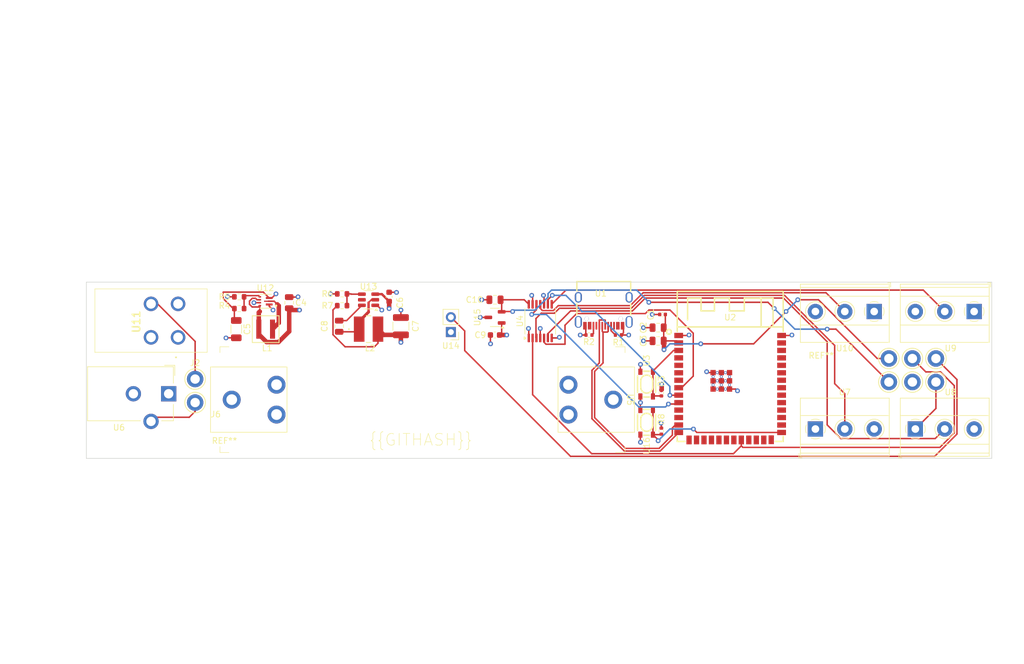
<source format=kicad_pcb>
(kicad_pcb (version 20240108) (generator "pcbnew") (generator_version "8.0")
  (layers (0 "F.Cu" signal) (1 "In1.Cu" signal) (2 "In2.Cu" signal) (31 "B.Cu" signal) (34 "B.Paste" user) (35 "F.Paste" user) (36 "B.SilkS" user "B.Silkscreen") (37 "F.SilkS" user "F.Silkscreen") (38 "B.Mask" user) (39 "F.Mask" user) (44 "Edge.Cuts" user))
  (net 0 "")
  (net 1 "io40")
  (net 2 "io11")
  (net 3 "io39")
  (net 4 "mcu.ic-vcc-1")
  (net 5 "io38")
  (net 6 "io3")
  (net 7 "dp")
  (net 8 "usb_connetor-gnd")
  (net 9 "io15")
  (net 10 "io18")
  (net 11 "io16")
  (net 12 "io21")
  (net 13 "io36")
  (net 14 "io7")
  (net 15 "io4")
  (net 16 "io41")
  (net 17 "io13")
  (net 18 "io6")
  (net 19 "mcu.ic-vcc")
  (net 20 "dm")
  (net 21 "io5")
  (net 22 "txd0")
  (net 23 "io2")
  (net 24 "tp")
  (net 25 "io48")
  (net 26 "io10")
  (net 27 "io35")
  (net 28 "io47")
  (net 29 "io8")
  (net 30 "rxd0")
  (net 31 "io9")
  (net 32 "io1")
  (net 33 "io12")
  (net 34 "io37")
  (net 35 "io17")
  (net 36 "io45")
  (net 37 "mcu.ic-en")
  (net 38 "io42")
  (net 39 "io46")
  (net 40 "usb_connetor-vcc")
  (net 41 "sub2")
  (net 42 "sub1")
  (net 43 "cc2")
  (net 44 "cc1")
  (net 45 "boost_3v7_to_5v.ic-fb")
  (net 46 "boost_3v7_to_5v-vcc")
  (net 47 "buck_wide_to_3v3.ic-fb")
  (net 48 "boost_3v7_to_5v.ic-sw")
  (net 49 "pole2_b")
  (net 50 "buck_wide_to_3v3.ic-sw")
  (net 51 "boot")
  (net 52 "led_strip_connector_1-vcc")
  (net 53 "out4")
  (net 54 "out1")
  (net 55 "out2")
  (net 56 "out3")
  (net 57 "buck_wide_to_3v3.ic-en")
  (net 58 "level_shifter.ic-vcc")
  (net 59 "barrel_jack-vcc")
  (net 60 "battery_connector-vcc")
  (net 61 "detect")
  (footprint "TerminalBlock_Phoenix:TerminalBlock_Phoenix_MKDS-1,5-3_1x03_P5.00mm_Horizontal" (layer "F.Cu") (at 171 95)
    (property "Reference" "U8")
    (property "Value" "")
  )
  (footprint "TerminalBlock_Phoenix:TerminalBlock_Phoenix_MKDS-1,5-3_1x03_P5.00mm_Horizontal" (layer "F.Cu") (at 154 95)
    (property "Reference" "U7")
    (property "Value" "")
  )
  (footprint "lib:C0402" (layer "F.Cu") (at 128 75.5 180)
    (property "Reference" "C1")
    (property "Value" "16V 100nF X7R ±10% 0402  Multilayer Ceramic Capacitors MLCC - SMD/SMT ROHS")
  )
  (footprint "lib:C1210" (layer "F.Cu") (at 83.5 77.5 90)
    (property "Reference" "C7")
    (property "Value" "16V 47uF X7R ±10% 1210  Multilayer Ceramic Capacitors MLCC - SMD/SMT ROHS")
  )
  (footprint "lib:R0603" (layer "F.Cu") (at 56 72.5 180)
    (property "Reference" "R5")
    (property "Value" "100mW Thick Film Resistors 75V ±100ppm/℃ ±1% 100kΩ 0603  Chip Resistor - Surface Mount ROHS")
  )
  (footprint "lib:L201011MS02Q" (layer "F.Cu") (at 45.6 79.3975 -90)
    (property "Reference" "U11")
    (property "Value" "" (hide yes))
  )
  (footprint "TestPoint:TestPoint_Keystone_5005-5009_Compact" (layer "F.Cu") (at 166.5 87)
    (property "Reference" "J5" (hide yes))
    (property "Value" "")
  )
  (footprint "TestPoint:TestPoint_Keystone_5005-5009_Compact" (layer "F.Cu") (at 48.5 90.5)
    (property "Reference" "J6")
    (property "Value" "")
  )
  (footprint "lib:C0805" (layer "F.Cu") (at 127.25 77.75 180)
    (property "Reference" "C2")
    (property "Value" "25V 10uF X5R ±10% 0805  Multilayer Ceramic Capacitors MLCC - SMD/SMT ROHS")
  )
  (footprint "lib:CONV_TPS61022RWUR" (layer "F.Cu") (at 60.475 73.25 180)
    (property "Reference" "U12")
    (property "Value" "")
  )
  (footprint "lib:C1206" (layer "F.Cu") (at 55.5 78 -90)
    (property "Reference" "C5")
    (property "Value" "10V 47uF X5R ±20% 1206  Multilayer Ceramic Capacitors MLCC - SMD/SMT ROHS")
  )
  (footprint "lib:USB-C-SMD_KH-TYPE-C-16P" (layer "F.Cu") (at 118 75 180)
    (property "Reference" "U1")
    (property "Value" "")
  )
  (footprint "lib:WIRELM-SMD_ESP32-S3-WROOM-1" (layer "F.Cu") (at 139.5 87.97)
    (property "Reference" "U2")
    (property "Value" "")
  )
  (footprint "MountingHole:MountingHole_3.2mm_M3" (layer "F.Cu") (at 48 96)
    (property "Reference" "REF**")
    (property "Value" "MountingHole_3.2mm_M3")
  )
  (footprint "lib:C0805" (layer "F.Cu") (at 64.5 73.5 90)
    (property "Reference" "C4")
    (property "Value" "25V 10uF X5R ±10% 0805  Multilayer Ceramic Capacitors MLCC - SMD/SMT ROHS")
  )
  (footprint "lib:C0805" (layer "F.Cu") (at 73 77.5 -90)
    (property "Reference" "C8")
    (property "Value" "50V 100nF X7R ±10% 0805  Multilayer Ceramic Capacitors MLCC - SMD/SMT ROHS")
  )
  (footprint "lib:R0402" (layer "F.Cu") (at 127.8 88.86 -90)
    (property "Reference" "R3")
    (property "Value" "62.5mW Thick Film Resistors 50V ±100ppm/℃ ±1% 10kΩ 0402  Chip Resistor - Surface Mount ROHS")
  )
  (footprint "lib:IND_XAL4020_COC" (layer "F.Cu") (at 60.5 78)
    (property "Reference" "L1")
    (property "Value" "1uH +/- 20%")
  )
  (footprint "lib:C0805" (layer "F.Cu") (at 127.25 80 180)
    (property "Reference" "C3")
    (property "Value" "25V 10uF X5R ±10% 0805  Multilayer Ceramic Capacitors MLCC - SMD/SMT ROHS")
  )
  (footprint "Package_SO:TSSOP-14_4.4x5mm_P0.65mm" (layer "F.Cu") (at 107.2 76.6375 90)
    (property "Reference" "U4")
    (property "Value" "")
  )
  (footprint "lib:R0603" (layer "F.Cu") (at 73.5 74)
    (property "Reference" "R7")
    (property "Value" "100mW Thick Film Resistors 75V ±100ppm/℃ ±1% 100kΩ 0603  Chip Resistor - Surface Mount ROHS")
  )
  (footprint "lib:KEY-SMD_4P-L4.2-W3.2-P2.20-LS4.6" (layer "F.Cu") (at 125.3 93.86 -90)
    (property "Reference" "U16")
    (property "Value" "")
  )
  (footprint "TestPoint:TestPoint_Keystone_5005-5009_Compact" (layer "F.Cu") (at 174.5 83)
    (property "Reference" "J3" (hide yes))
    (property "Value" "")
  )
  (footprint "lib:Battery-54" (layer "F.Cu") (at 112.003 90 -90)
    (property "Reference" "U5")
    (property "Value" "")
  )
  (footprint "lib:R0603" (layer "F.Cu") (at 56 74.5)
    (property "Reference" "R4")
    (property "Value" "100mW Thick Film Resistors 150V ±100ppm/℃ ±1% 732kΩ 0603  Chip Resistor - Surface Mount ROHS")
  )
  (footprint "TestPoint:TestPoint_Keystone_5005-5009_Compact" (layer "F.Cu") (at 170.5 83)
    (property "Reference" "J7" (hide yes))
    (property "Value" "")
  )
  (footprint "MountingHole:MountingHole_3.2mm_M3" (layer "F.Cu") (at 160 85)
    (property "Reference" "REF**")
    (property "Value" "MountingHole_3.2mm_M3")
  )
  (footprint "TerminalBlock_Phoenix:TerminalBlock_Phoenix_MKDS-1,5-3_1x03_P5.00mm_Horizontal" (layer "F.Cu") (at 181 75 180)
    (property "Reference" "U9")
    (property "Value" "")
  )
  (footprint "TerminalBlock_Phoenix:TerminalBlock_Phoenix_MKDS-1,5-3_1x03_P5.00mm_Horizontal" (layer "F.Cu") (at 164 75 180)
    (property "Reference" "U10")
    (property "Value" "")
  )
  (footprint "lib:R0402" (layer "F.Cu") (at 115.49 79 180)
    (property "Reference" "R2")
    (property "Value" "62.5mW Thick Film Resistors 50V ±100ppm/℃ ±1% 4.7kΩ 0402  Chip Resistor - Surface Mount ROHS")
  )
  (footprint "MountingHole:MountingHole_3.2mm_M3" (layer "F.Cu") (at 180 85)
    (property "Reference" "REF**" (hide yes))
    (property "Value" "MountingHole_3.2mm_M3")
  )
  (footprint "Connector_PinHeader_2.54mm:PinHeader_1x02_P2.54mm_Vertical" (layer "F.Cu") (at 92 78.5 180)
    (property "Reference" "U14")
    (property "Value" "")
  )
  (footprint "Package_TO_SOT_SMD:SOT-23-3" (layer "F.Cu") (at 99.5 76 180)
    (property "Reference" "U15")
    (property "Value" "")
  )
  (footprint "lib:IND_8357068_WRE" (layer "F.Cu") (at 78 78)
    (property "Reference" "L2")
    (property "Value" "6.8uH +/- 20%")
  )
  (footprint "lib:C0603" (layer "F.Cu") (at 81.5 72.5 90)
    (property "Reference" "C6")
    (property "Value" "10V 3.3uF X5R ±10% 0603  Multilayer Ceramic Capacitors MLCC - SMD/SMT ROHS")
  )
  (footprint "Connector_BarrelJack:BarrelJack_CUI_PJ-102AH_Horizontal" (layer "F.Cu") (at 44 89 -90)
    (property "Reference" "U6")
    (property "Value" "")
  )
  (footprint "lib:KEY-SMD_4P-L4.2-W3.2-P2.20-LS4.6" (layer "F.Cu") (at 125.3 87.36 -90)
    (property "Reference" "U3")
    (property "Value" "")
  )
  (footprint "Package_TO_SOT_SMD:SOT-23-6" (layer "F.Cu") (at 78 73 180)
    (property "Reference" "U13")
    (property "Value" "")
  )
  (footprint "TestPoint:TestPoint_Keystone_5005-5009_Compact" (layer "F.Cu") (at 166.5 83)
    (property "Reference" "J4" (hide yes))
    (property "Value" "")
  )
  (footprint "lib:R0402" (layer "F.Cu") (at 127.8 95.36 -90)
    (property "Reference" "R8")
    (property "Value" "62.5mW Thick Film Resistors 50V ±100ppm/℃ ±1% 10kΩ 0402  Chip Resistor - Surface Mount ROHS")
  )
  (footprint "lib:C0603" (layer "F.Cu") (at 99.5 79 180)
    (property "Reference" "C9")
    (property "Value" "50V 1uF X5R ±10% 0603  Multilayer Ceramic Capacitors MLCC - SMD/SMT ROHS")
  )
  (footprint "lib:R0402" (layer "F.Cu") (at 120.49 79)
    (property "Reference" "R1")
    (property "Value" "62.5mW Thick Film Resistors 50V ±100ppm/℃ ±1% 4.7kΩ 0402  Chip Resistor - Surface Mount ROHS")
  )
  (footprint "TestPoint:TestPoint_Keystone_5005-5009_Compact" (layer "F.Cu") (at 170.5 87)
    (property "Reference" "J1" (hide yes))
    (property "Value" "")
  )
  (footprint "TestPoint:TestPoint_Keystone_5005-5009_Compact" (layer "F.Cu") (at 174.5 87)
    (property "Reference" "J8" (hide yes))
    (property "Value" "")
  )
  (footprint "lib:R0603" (layer "F.Cu") (at 73.5 72 180)
    (property "Reference" "R6")
    (property "Value" "100mW Thick Film Resistors 75V ±100ppm/℃ ±1% 22kΩ 0603  Chip Resistor - Surface Mount ROHS")
  )
  (footprint "lib:C0805" (layer "F.Cu") (at 99.5 73 180)
    (property "Reference" "C10")
    (property "Value" "25V 10uF X5R ±10% 0805  Multilayer Ceramic Capacitors MLCC - SMD/SMT ROHS")
  )
  (footprint "TestPoint:TestPoint_Keystone_5005-5009_Compact" (layer "F.Cu") (at 48.5 86.5)
    (property "Reference" "J2")
    (property "Value" "")
  )
  (gr_line (start 30 70) (end 184 70) (stroke (width 0.1)) (layer "Edge.Cuts"))
  (gr_line (start 184 70) (end 184 100) (stroke (width 0.1)) (layer "Edge.Cuts"))
  (gr_line (start 184 100) (end 30 100) (stroke (width 0.1)) (layer "Edge.Cuts"))
  (gr_line (start 30 100) (end 30 70) (stroke (width 0.1)) (layer "Edge.Cuts"))
  (gr_text "{{GITHASH}}" (at 78 98 0) (layer "F.SilkS") (effects (font (size 2 2) (thickness 0.1)) (justify left bottom)))
  (segment (start 72.675 74) (end 71.95 74.725) (width 0.25) (layer "F.Cu") (net 4))
  (segment (start 128.25 80.05) (end 128.2 80) (width 0.762) (layer "F.Cu") (net 4))
  (segment (start 128.25 81.5) (end 128.25 80.05) (width 0.762) (layer "F.Cu") (net 4))
  (segment (start 127.862347 88.287653) (end 127.8 88.35) (width 0.762) (layer "F.Cu") (net 4))
  (segment (start 83.5 78.975) (end 83.5 80.25) (width 0.762) (layer "F.Cu") (net 4))
  (segment (start 128.48 75.5) (end 128.48 77.47) (width 0.25) (layer "F.Cu") (net 4))
  (segment (start 71.95 78.9451) (end 74.0049 81) (width 0.25) (layer "F.Cu") (net 4))
  (segment (start 128.48 77.47) (end 128.2 77.75) (width 0.25) (layer "F.Cu") (net 4))
  (segment (start 80.5752 78.975) (end 79.6002 78) (width 0.762) (layer "F.Cu") (net 4))
  (segment (start 149 75) (end 143.5 80.5) (width 0.25) (layer "F.Cu") (net 4))
  (segment (start 127.862347 87.387653) (end 127.862347 88.287653) (width 0.762) (layer "F.Cu") (net 4))
  (segment (start 154.520102 73) (end 151 73) (width 0.25) (layer "F.Cu") (net 4))
  (segment (start 143.5 80.5) (end 134.5 80.5) (width 0.25) (layer "F.Cu") (net 4))
  (segment (start 128.2 77.75) (end 128.2 80) (width 0.25) (layer "F.Cu") (net 4))
  (segment (start 127.8 94.05) (end 127.75 94) (width 0.25) (layer "F.Cu") (net 4))
  (segment (start 71.95 74.725) (end 71.95 78.9451) (width 0.25) (layer "F.Cu") (net 4))
  (segment (start 128.2 80) (end 130.4 80) (width 0.25) (layer "F.Cu") (net 4))
  (segment (start 74.0049 81) (end 78.9965 81) (width 0.25) (layer "F.Cu") (net 4))
  (segment (start 79.6002 80.3963) (end 79.6002 78) (width 0.25) (layer "F.Cu") (net 4))
  (segment (start 164.520102 83) (end 154.520102 73) (width 0.25) (layer "F.Cu") (net 4))
  (segment (start 166.5 83) (end 164.520102 83) (width 0.25) (layer "F.Cu") (net 4))
  (segment (start 78.9965 81) (end 79.6002 80.3963) (width 0.25) (layer "F.Cu") (net 4))
  (segment (start 130.4 80) (end 130.75 80.35) (width 0.25) (layer "F.Cu") (net 4))
  (segment (start 127.8 94.85) (end 127.8 94.05) (width 0.25) (layer "F.Cu") (net 4))
  (segment (start 83.5 78.975) (end 80.5752 78.975) (width 0.762) (layer "F.Cu") (net 4))
  (via (at 127.862347 87.387653) (size 0.8) (drill 0.4) (layers "F.Cu" "B.Cu") (net 4))
  (via (at 128.25 81.5) (size 0.8) (drill 0.4) (layers "F.Cu" "B.Cu") (net 4))
  (via (at 134.5 80.5) (size 0.8) (drill 0.4) (layers "F.Cu" "B.Cu") (net 4))
  (via (at 151 73) (size 0.8) (drill 0.4) (layers "F.Cu" "B.Cu") (net 4))
  (via (at 83.5 80.25) (size 0.8) (drill 0.4) (layers "F.Cu" "B.Cu") (net 4))
  (via (at 149 75) (size 0.8) (drill 0.4) (layers "F.Cu" "B.Cu") (net 4))
  (via (at 127.75 94) (size 0.8) (drill 0.4) (layers "F.Cu" "B.Cu") (net 4))
  (segment (start 134.5 80.5) (end 129.25 80.5) (width 0.25) (layer "B.Cu") (net 4))
  (segment (start 129.25 80.5) (end 128.25 81.5) (width 0.25) (layer "B.Cu") (net 4))
  (segment (start 151 73) (end 149 75) (width 0.25) (layer "B.Cu") (net 4))
  (segment (start 116 93.25) (end 121.5 98.75) (width 0.25) (layer "F.Cu") (net 7))
  (segment (start 117.275 76.445) (end 118.195 76.445) (width 0.25) (layer "F.Cu") (net 7))
  (segment (start 117.25 83.75) (end 116 85) (width 0.25) (layer "F.Cu") (net 7))
  (segment (start 127.59 98.75) (end 130.75 95.59) (width 0.25) (layer "F.Cu") (net 7))
  (segment (start 121.5 98.75) (end 127.59 98.75) (width 0.25) (layer "F.Cu") (net 7))
  (segment (start 118.195 76.445) (end 118.25 76.5) (width 0.25) (layer "F.Cu") (net 7))
  (segment (start 118.25 76.5) (end 118.25 77.42) (width 0.25) (layer "F.Cu") (net 7))
  (segment (start 117.25 77.42) (end 117.25 76.47) (width 0.25) (layer "F.Cu") (net 7))
  (segment (start 116 85) (end 116 93.25) (width 0.25) (layer "F.Cu") (net 7))
  (segment (start 117.25 77.42) (end 117.25 83.75) (width 0.25) (layer "F.Cu") (net 7))
  (segment (start 117.25 76.47) (end 117.275 76.445) (width 0.25) (layer "F.Cu") (net 7))
  (segment (start 135.65 85.4) (end 135.5 85.25) (width 0.25) (layer "F.Cu") (net 8))
  (segment (start 79.45 73.95) (end 80.25 74.75) (width 0.25) (layer "F.Cu") (net 8))
  (segment (start 127.52 75.5) (end 126.25 75.5) (width 0.25) (layer "F.Cu") (net 8))
  (segment (start 105.9 73.775) (end 105.9 72.4) (width 0.25) (layer "F.Cu") (net 8))
  (segment (start 136.6 86.8) (end 139.4 86.8) (width 0.25) (layer "F.Cu") (net 8))
  (segment (start 124.23 84.02) (end 124.25 84) (width 0.25) (layer "F.Cu") (net 8))
  (segment (start 59.5 73.5) (end 58.5 73.5) (width 0.25) (layer "F.Cu") (net 8))
  (segment (start 65.95 72.55) (end 66 72.5) (width 0.25) (layer "F.Cu") (net 8))
  (segment (start 132.42 79.08) (end 132.5 79) (width 0.25) (layer "F.Cu") (net 8))
  (segment (start 79.1375 73.95) (end 79.45 73.95) (width 0.25) (layer "F.Cu") (net 8))
  (segment (start 114.98 79) (end 114 79) (width 0.25) (layer "F.Cu") (net 8))
  (segment (start 98.3625 76) (end 97 76) (width 0.25) (layer "F.Cu") (net 8))
  (segment (start 105.9 72.4) (end 105.75 72.25) (width 0.25) (layer "F.Cu") (net 8))
  (segment (start 64.5 72.55) (end 65.95 72.55) (width 0.25) (layer "F.Cu") (net 8))
  (segment (start 81.5 71.725) (end 82.725 71.725) (width 0.25) (layer "F.Cu") (net 8))
  (segment (start 121.35 77.42) (end 121.35 78.65) (width 0.25) (layer "F.Cu") (net 8))
  (segment (start 136.6 85.4) (end 135.65 85.4) (width 0.25) (layer "F.Cu") (net 8))
  (segment (start 124.23 90.52) (end 124.25 90.5) (width 0.25) (layer "F.Cu") (net 8))
  (segment (start 139.4 88.2) (end 140.45 88.2) (width 0.25) (layer "F.Cu") (net 8))
  (segment (start 110.3375 79.5) (end 110.45 79.3875) (width 0.25) (layer "F.Cu") (net 8))
  (segment (start 107.2 79.5) (end 107.2 77.8875) (width 0.25) (layer "F.Cu") (net 8))
  (segment (start 114.95 78.97) (end 114.98 79) (width 0.25) (layer "F.Cu") (net 8))
  (segment (start 139.4 88.2) (end 136.6 88.2) (width 0.25) (layer "F.Cu") (net 8))
  (segment (start 148.25 79.08) (end 149.92 79.08) (width 0.25) (layer "F.Cu") (net 8))
  (segment (start 55.5 79.475) (end 53.775 79.475) (width 0.25) (layer "F.Cu") (net 8))
  (segment (start 55.175 72.5) (end 54 72.5) (width 0.25) (layer "F.Cu") (net 8))
  (segment (start 124.23 91.76) (end 124.23 90.52) (width 0.25) (layer "F.Cu") (net 8))
  (segment (start 139.4 88.2) (end 139.4 85.4) (width 0.25) (layer "F.Cu") (net 8))
  (segment (start 98.55 73) (end 97.25 73) (width 0.25) (layer "F.Cu") (net 8))
  (segment (start 107.85 73.775) (end 107.85 72.35) (width 0.25) (layer "F.Cu") (net 8))
  (segment (start 109.15 79.5) (end 110.3375 79.5) (width 0.25) (layer "F.Cu") (net 8))
  (segment (start 121.35 78.65) (end 121 79) (width 0.25) (layer "F.Cu") (net 8))
  (segment (start 98.725 80.475) (end 98.725 79) (width 0.25) (layer "F.Cu") (net 8))
  (segment (start 124.23 95.96) (end 124.23 97.23) (width 0.25) (layer "F.Cu") (net 8))
  (segment (start 83.5 76.025) (end 83.5 74.75) (width 0.25) (layer "F.Cu") (net 8))
  (segment (start 124.23 97.23) (end 124.25 97.25) (width 0.25) (layer "F.Cu") (net 8))
  (segment (start 53.775 79.475) (end 53.75 79.5) (width 0.25) (layer "F.Cu") (net 8))
  (segment (start 98.75 80.5) (end 98.725 80.475) (width 0.25) (layer "F.Cu") (net 8))
  (segment (start 82.725 71.725) (end 82.75 71.75) (width 0.25) (layer "F.Cu") (net 8))
  (segment (start 130.75 79.08) (end 132.42 79.08) (width 0.25) (layer "F.Cu") (net 8))
  (segment (start 61.1 74.1) (end 61.75 74.75) (width 0.25) (layer "F.Cu") (net 8))
  (segment (start 61.1 73.8) (end 61.1 74.1) (width 0.25) (layer "F.Cu") (net 8))
  (segment (start 126.3 80) (end 124.75 80) (width 0.25) (layer "F.Cu") (net 8))
  (segment (start 105.25 77.9375) (end 105.2 77.8875) (width 0.25) (layer "F.Cu") (net 8))
  (segment (start 136.6 88.2) (end 136.6 85.4) (width 0.25) (layer "F.Cu") (net 8))
  (segment (start 124.23 89.46) (end 124.23 90.48) (width 0.25) (layer "F.Cu") (net 8))
  (segment (start 121 79) (end 122.25 79) (width 0.25) (layer "F.Cu") (net 8))
  (segment (start 126.3 77.75) (end 124.75 77.75) (width 0.25) (layer "F.Cu") (net 8))
  (segment (start 105.25 79.5) (end 105.25 77.9375) (width 0.25) (layer "F.Cu") (net 8))
  (segment (start 138 85.4) (end 138 88.2) (width 0.25) (layer "F.Cu") (net 8))
  (segment (start 140.45 88.2) (end 140.75 88.5) (width 0.25) (layer "F.Cu") (net 8))
  (segment (start 139.4 85.4) (end 136.6 85.4) (width 0.25) (layer "F.Cu") (net 8))
  (segment (start 149.92 79.08) (end 150 79) (width 0.25) (layer "F.Cu") (net 8))
  (segment (start 124.23 85.26) (end 124.23 84.02) (width 0.25) (layer "F.Cu") (net 8))
  (segment (start 107.85 72.35) (end 107.75 72.25) (width 0.25) (layer "F.Cu") (net 8))
  (segment (start 114.95 77.42) (end 114.95 78.97) (width 0.25) (layer "F.Cu") (net 8))
  (segment (start 72.675 72) (end 71.5 72) (width 0.25) (layer "F.Cu") (net 8))
  (segment (start 124.23 90.48) (end 124.25 90.5) (width 0.25) (layer "F.Cu") (net 8))
  (via (at 124.75 77.75) (size 0.8) (drill 0.4) (layers "F.Cu" "B.Cu") (net 8))
  (via (at 66 72.5) (size 0.8) (drill 0.4) (layers "F.Cu" "B.Cu") (net 8))
  (via (at 82.75 71.75) (size 0.8) (drill 0.4) (layers "F.Cu" "B.Cu") (net 8))
  (via (at 124.25 97.25) (size 0.8) (drill 0.4) (layers "F.Cu" "B.Cu") (net 8))
  (via (at 71.5 72) (size 0.8) (drill 0.4) (layers "F.Cu" "B.Cu") (net 8))
  (via (at 124.25 84) (size 0.8) (drill 0.4) (layers "F.Cu" "B.Cu") (net 8))
  (via (at 61.75 74.75) (size 0.8) (drill 0.4) (layers "F.Cu" "B.Cu") (net 8))
  (via (at 107.2 77.8875) (size 0.8) (drill 0.4) (layers "F.Cu" "B.Cu") (net 8))
  (via (at 105.75 72.25) (size 0.8) (drill 0.4) (layers "F.Cu" "B.Cu") (net 8))
  (via (at 132.5 79) (size 0.8) (drill 0.4) (layers "F.Cu" "B.Cu") (net 8))
  (via (at 53.75 79.5) (size 0.8) (drill 0.4) (layers "F.Cu" "B.Cu") (net 8))
  (via (at 124.75 80) (size 0.8) (drill 0.4) (layers "F.Cu" "B.Cu") (net 8))
  (via (at 97 76) (size 0.8) (drill 0.4) (layers "F.Cu" "B.Cu") (net 8))
  (via (at 54 72.5) (size 0.8) (drill 0.4) (layers "F.Cu" "B.Cu") (net 8))
  (via (at 140.75 88.5) (size 0.8) (drill 0.4) (layers "F.Cu" "B.Cu") (net 8))
  (via (at 150 79) (size 0.8) (drill 0.4) (layers "F.Cu" "B.Cu") (net 8))
  (via (at 83.5 74.75) (size 0.8) (drill 0.4) (layers "F.Cu" "B.Cu") (net 8))
  (via (at 107.75 72.25) (size 0.8) (drill 0.4) (layers "F.Cu" "B.Cu") (net 8))
  (via (at 135.5 85.25) (size 0.8) (drill 0.4) (layers "F.Cu" "B.Cu") (net 8))
  (via (at 58.5 73.5) (size 0.8) (drill 0.4) (layers "F.Cu" "B.Cu") (net 8))
  (via (at 110.45 79.3875) (size 0.8) (drill 0.4) (layers "F.Cu" "B.Cu") (net 8))
  (via (at 124.25 90.5) (size 0.8) (drill 0.4) (layers "F.Cu" "B.Cu") (net 8))
  (via (at 98.75 80.5) (size 0.8) (drill 0.4) (layers "F.Cu" "B.Cu") (net 8))
  (via (at 122.25 79) (size 0.8) (drill 0.4) (layers "F.Cu" "B.Cu") (net 8))
  (via (at 126.25 75.5) (size 0.8) (drill 0.4) (layers "F.Cu" "B.Cu") (net 8))
  (via (at 114 79) (size 0.8) (drill 0.4) (layers "F.Cu" "B.Cu") (net 8))
  (via (at 97.25 73) (size 0.8) (drill 0.4) (layers "F.Cu" "B.Cu") (net 8))
  (via (at 80.25 74.75) (size 0.8) (drill 0.4) (layers "F.Cu" "B.Cu") (net 8))
  (via (at 105.2 77.8875) (size 0.8) (drill 0.4) (layers "F.Cu" "B.Cu") (net 8))
  (segment (start 107.85 80.237499) (end 108.175001 80.5625) (width 0.25) (layer "F.Cu") (net 9))
  (segment (start 113.391852 75.35) (end 125.074695 75.35) (width 0.25) (layer "F.Cu") (net 9))
  (segment (start 111.412195 80.5625) (end 111.412195 77.329657) (width 0.25) (layer "F.Cu") (net 9))
  (segment (start 133.225 85.99) (end 131.245 87.97) (width 0.25) (layer "F.Cu") (net 9))
  (segment (start 125.074695 75.35) (end 125.674695 74.75) (width 0.25) (layer "F.Cu") (net 9))
  (segment (start 131.245 87.97) (end 130.75 87.97) (width 0.25) (layer "F.Cu") (net 9))
  (segment (start 108.175001 80.5625) (end 111.412195 80.5625) (width 0.25) (layer "F.Cu") (net 9))
  (segment (start 107.85 79.5) (end 107.85 80.237499) (width 0.25) (layer "F.Cu") (net 9))
  (segment (start 125.674695 74.75) (end 129.275305 74.75) (width 0.25) (layer "F.Cu") (net 9))
  (segment (start 133.225 78.699695) (end 133.225 85.99) (width 0.25) (layer "F.Cu") (net 9))
  (segment (start 111.412195 77.329657) (end 113.391852 75.35) (width 0.25) (layer "F.Cu") (net 9))
  (segment (start 129.275305 74.75) (end 133.225 78.699695) (width 0.25) (layer "F.Cu") (net 9))
  (segment (start 108.5 73) (end 109.25 72.25) (width 0.25) (layer "F.Cu") (net 11))
  (segment (start 108.5 73.775) (end 108.5 73) (width 0.25) (layer "F.Cu") (net 11))
  (segment (start 130.74 89.25) (end 130.75 89.24) (width 0.25) (layer "F.Cu") (net 11))
  (segment (start 129.25 89.25) (end 130.74 89.25) (width 0.25) (layer "F.Cu") (net 11))
  (via (at 109.25 72.25) (size 0.8) (drill 0.4) (layers "F.Cu" "B.Cu") (net 11))
  (via (at 129.25 89.25) (size 0.8) (drill 0.4) (layers "F.Cu" "B.Cu") (net 11))
  (segment (start 114.304695 75) (end 116.5 75) (width 0.25) (layer "B.Cu") (net 11))
  (segment (start 116.5 75) (end 129.25 87.75) (width 0.25) (layer "B.Cu") (net 11))
  (segment (start 129.25 87.75) (end 129.25 89.25) (width 0.25) (layer "B.Cu") (net 11))
  (segment (start 109.25 72.25) (end 111.554695 72.25) (width 0.25) (layer "B.Cu") (net 11))
  (segment (start 111.554695 72.25) (end 114.304695 75) (width 0.25) (layer "B.Cu") (net 11))
  (segment (start 127.25 96.84) (end 126.37 95.96) (width 0.25) (layer "F.Cu") (net 19))
  (segment (start 133.84 95.59) (end 133.25 95) (width 0.25) (layer "F.Cu") (net 19))
  (segment (start 127.71 95.96) (end 127.8 95.87) (width 0.25) (layer "F.Cu") (net 19))
  (segment (start 126.37 91.76) (end 126.37 95.96) (width 0.25) (layer "F.Cu") (net 19))
  (segment (start 126.37 95.96) (end 127.71 95.96) (width 0.25) (layer "F.Cu") (net 19))
  (segment (start 127.25 97) (end 127.25 96.84) (width 0.25) (layer "F.Cu") (net 19))
  (segment (start 148.25 95.59) (end 133.84 95.59) (width 0.25) (layer "F.Cu") (net 19))
  (via (at 127.25 97) (size 0.8) (drill 0.4) (layers "F.Cu" "B.Cu") (net 19))
  (via (at 133.25 95) (size 0.8) (drill 0.4) (layers "F.Cu" "B.Cu") (net 19))
  (segment (start 129.25 95) (end 127.25 97) (width 0.25) (layer "B.Cu") (net 19))
  (segment (start 133.25 95) (end 129.25 95) (width 0.25) (layer "B.Cu") (net 19))
  (segment (start 118.62 78.5) (end 118.75 78.37) (width 0.25) (layer "F.Cu") (net 20))
  (segment (start 130.17 94.32) (end 130.75 94.32) (width 0.25) (layer "F.Cu") (net 20))
  (segment (start 127.403604 98.3) (end 129.675 96.028604) (width 0.25) (layer "F.Cu") (net 20))
  (segment (start 118.75 78.37) (end 118.75 77.42) (width 0.25) (layer "F.Cu") (net 20))
  (segment (start 129.675 96.028604) (end 129.675 94.815) (width 0.25) (layer "F.Cu") (net 20))
  (segment (start 116.45 93.063604) (end 121.686396 98.3) (width 0.25) (layer "F.Cu") (net 20))
  (segment (start 116.45 85.186396) (end 116.45 93.063604) (width 0.25) (layer "F.Cu") (net 20))
  (segment (start 117.75 78.37) (end 117.88 78.5) (width 0.25) (layer "F.Cu") (net 20))
  (segment (start 117.88 78.5) (end 118.62 78.5) (width 0.25) (layer "F.Cu") (net 20))
  (segment (start 117.75 77.42) (end 117.75 78.37) (width 0.25) (layer "F.Cu") (net 20))
  (segment (start 129.675 94.815) (end 130.17 94.32) (width 0.25) (layer "F.Cu") (net 20))
  (segment (start 117.88 78.5) (end 117.88 83.756396) (width 0.25) (layer "F.Cu") (net 20))
  (segment (start 117.88 83.756396) (end 116.45 85.186396) (width 0.25) (layer "F.Cu") (net 20))
  (segment (start 121.686396 98.3) (end 127.403604 98.3) (width 0.25) (layer "F.Cu") (net 20))
  (segment (start 141.4 97.86) (end 140.06 99.2) (width 0.25) (layer "F.Cu") (net 24))
  (segment (start 141.67 98.13) (end 141.4 97.86) (width 0.25) (layer "F.Cu") (net 24))
  (segment (start 177.625 87.625) (end 177.625 95.673098) (width 0.25) (layer "F.Cu") (net 24))
  (segment (start 175.168098 98.13) (end 141.67 98.13) (width 0.25) (layer "F.Cu") (net 24))
  (segment (start 115.95 99.2) (end 105.9 89.15) (width 0.25) (layer "F.Cu") (net 24))
  (segment (start 141.4 97.86) (end 141.4 96.86) (width 0.25) (layer "F.Cu") (net 24))
  (segment (start 175.274999 85.274999) (end 177.625 87.625) (width 0.25) (layer "F.Cu") (net 24))
  (segment (start 105.9 89.15) (end 105.9 79.5) (width 0.25) (layer "F.Cu") (net 24))
  (segment (start 172.774999 85.274999) (end 175.274999 85.274999) (width 0.25) (layer "F.Cu") (net 24))
  (segment (start 170.5 83) (end 172.774999 85.274999) (width 0.25) (layer "F.Cu") (net 24))
  (segment (start 140.06 99.2) (end 115.95 99.2) (width 0.25) (layer "F.Cu") (net 24))
  (segment (start 177.625 95.673098) (end 175.168098 98.13) (width 0.25) (layer "F.Cu") (net 24))
  (segment (start 129 90.75) (end 130.51 90.75) (width 0.25) (layer "F.Cu") (net 35))
  (segment (start 106.55 74.7) (end 105.75 75.5) (width 0.25) (layer "F.Cu") (net 35))
  (segment (start 130.51 90.75) (end 130.75 90.51) (width 0.25) (layer "F.Cu") (net 35))
  (segment (start 106.55 73.775) (end 106.55 74.7) (width 0.25) (layer "F.Cu") (net 35))
  (via (at 105.75 75.5) (size 0.8) (drill 0.4) (layers "F.Cu" "B.Cu") (net 35))
  (via (at 129 90.75) (size 0.8) (drill 0.4) (layers "F.Cu" "B.Cu") (net 35))
  (segment (start 128.5 91.25) (end 129 90.75) (width 0.25) (layer "B.Cu") (net 35))
  (segment (start 105.75 75.5) (end 108.224695 75.5) (width 0.25) (layer "B.Cu") (net 35))
  (segment (start 123.974695 91.25) (end 128.5 91.25) (width 0.25) (layer "B.Cu") (net 35))
  (segment (start 108.224695 75.5) (end 123.974695 91.25) (width 0.25) (layer "B.Cu") (net 35))
  (segment (start 129.88 81.62) (end 130.75 81.62) (width 0.25) (layer "F.Cu") (net 37))
  (segment (start 126.37 85.13) (end 129.88 81.62) (width 0.25) (layer "F.Cu") (net 37))
  (segment (start 126.37 85.26) (end 126.37 89.46) (width 0.25) (layer "F.Cu") (net 37))
  (segment (start 126.46 89.37) (end 126.37 89.46) (width 0.25) (layer "F.Cu") (net 37))
  (segment (start 127.8 89.37) (end 126.46 89.37) (width 0.25) (layer "F.Cu") (net 37))
  (segment (start 126.37 85.26) (end 126.37 85.13) (width 0.25) (layer "F.Cu") (net 37))
  (segment (start 116.25 78.75) (end 116 79) (width 0.25) (layer "F.Cu") (net 43))
  (segment (start 116.25 77.42) (end 116.25 78.75) (width 0.25) (layer "F.Cu") (net 43))
  (segment (start 119.25 78.27) (end 119.25 77.42) (width 0.25) (layer "F.Cu") (net 44))
  (segment (start 119.98 79) (end 119.25 78.27) (width 0.25) (layer "F.Cu") (net 44))
  (segment (start 59.3 72.3) (end 57.025 72.3) (width 0.25) (layer "F.Cu") (net 45))
  (segment (start 56.825 72.5) (end 56.825 74.5) (width 0.25) (layer "F.Cu") (net 45))
  (segment (start 59.5 72.5) (end 59.3 72.3) (width 0.25) (layer "F.Cu") (net 45))
  (segment (start 57.025 72.3) (end 56.825 72.5) (width 0.25) (layer "F.Cu") (net 45))
  (segment (start 61.55 72.7) (end 62.25 72) (width 0.25) (layer "F.Cu") (net 46))
  (segment (start 53.275 71.725) (end 53.3 71.7) (width 0.25) (layer "F.Cu") (net 46))
  (segment (start 53.275 72.800305) (end 53.275 71.725) (width 0.25) (layer "F.Cu") (net 46))
  (segment (start 178.075 95.859494) (end 178.075 86.575) (width 0.25) (layer "F.Cu") (net 46))
  (segment (start 94.6 81.9) (end 112.35 99.65) (width 0.25) (layer "F.Cu") (net 46))
  (segment (start 94.35 78.31) (end 92 75.96) (width 0.25) (layer "F.Cu") (net 46))
  (segment (start 178.075 86.575) (end 174.5 83) (width 0.25) (layer "F.Cu") (net 46))
  (segment (start 61.1 72.7) (end 61.55 72.7) (width 0.25) (layer "F.Cu") (net 46))
  (segment (start 55.175 76.2) (end 55.5 76.525) (width 0.25) (layer "F.Cu") (net 46))
  (segment (start 94.35 81.65) (end 94.35 78.31) (width 0.25) (layer "F.Cu") (net 46))
  (segment (start 112.35 99.65) (end 174.284494 99.65) (width 0.25) (layer "F.Cu") (net 46))
  (segment (start 94.6 81.9) (end 94.35 81.65) (width 0.25) (layer "F.Cu") (net 46))
  (segment (start 55.175 74.5) (end 55.175 76.2) (width 0.25) (layer "F.Cu") (net 46))
  (segment (start 174.284494 99.65) (end 178.075 95.859494) (width 0.25) (layer "F.Cu") (net 46))
  (segment (start 53.3 71.7) (end 60.1 71.7) (width 0.25) (layer "F.Cu") (net 46))
  (segment (start 55.175 74.5) (end 54.974695 74.5) (width 0.25) (layer "F.Cu") (net 46))
  (segment (start 60.1 71.7) (end 61.1 72.7) (width 0.25) (layer "F.Cu") (net 46))
  (segment (start 54.974695 74.5) (end 53.275 72.800305) (width 0.25) (layer "F.Cu") (net 46))
  (via (at 62.25 72) (size 0.8) (drill 0.4) (layers "F.Cu" "B.Cu") (net 46))
  (segment (start 74.325 72) (end 75 72) (width 0.25) (layer "F.Cu") (net 47))
  (segment (start 75.05 72.05) (end 76.8625 72.05) (width 0.25) (layer "F.Cu") (net 47))
  (segment (start 75 72) (end 75.05 72.05) (width 0.25) (layer "F.Cu") (net 47))
  (segment (start 74.325 72) (end 74.325 74) (width 0.25) (layer "F.Cu") (net 47))
  (segment (start 61.6684 78) (end 62.731 76.9374) (width 0.762) (layer "F.Cu") (net 48))
  (segment (start 62.731 76.9374) (end 62.731 74.031) (width 0.762) (layer "F.Cu") (net 48))
  (segment (start 60.95 73.25) (end 61.95 73.25) (width 0.25) (layer "F.Cu") (net 48))
  (segment (start 62.731 74.031) (end 62.475 73.775) (width 0.762) (layer "F.Cu") (net 48))
  (segment (start 61.95 73.25) (end 62.475 73.775) (width 0.25) (layer "F.Cu") (net 48))
  (segment (start 66.25 74.75) (end 64.8 74.75) (width 0.762) (layer "F.Cu") (net 49))
  (segment (start 59.275 74.225) (end 58.199695 74.225) (width 0.25) (layer "F.Cu") (net 49))
  (segment (start 59.3316 78.8826) (end 59.3316 78) (width 0.762) (layer "F.Cu") (net 49))
  (segment (start 62.6812 80.2066) (end 60.6556 80.2066) (width 0.762) (layer "F.Cu") (net 49))
  (segment (start 64.8 74.75) (end 64.5 74.45) (width 0.762) (layer "F.Cu") (net 49))
  (segment (start 58.224695 72.75) (end 58.775 72.75) (width 0.25) (layer "F.Cu") (net 49))
  (segment (start 59.5 75) (end 59.5 74) (width 0.25) (layer "F.Cu") (net 49))
  (segment (start 57.75 73.775305) (end 57.75 73.224695) (width 0.25) (layer "F.Cu") (net 49))
  (segment (start 58.775 72.75) (end 59.025 73) (width 0.25) (layer "F.Cu") (net 49))
  (segment (start 60.6556 80.2066) (end 59.3316 78.8826) (width 0.762) (layer "F.Cu") (net 49))
  (segment (start 59.5 74) (end 59.275 74.225) (width 0.25) (layer "F.Cu") (net 49))
  (segment (start 59.3316 75.1684) (end 59.5 75) (width 0.762) (layer "F.Cu") (net 49))
  (segment (start 59.3316 78) (end 59.3316 75.1684) (width 0.762) (layer "F.Cu") (net 49))
  (segment (start 58.199695 74.225) (end 57.75 73.775305) (width 0.25) (layer "F.Cu") (net 49))
  (segment (start 59.025 73) (end 59.5 73) (width 0.25) (layer "F.Cu") (net 49))
  (segment (start 64.5 74.45) (end 64.5 78.3878) (width 0.762) (layer "F.Cu") (net 49))
  (segment (start 57.75 73.224695) (end 58.224695 72.75) (width 0.25) (layer "F.Cu") (net 49))
  (segment (start 64.5 78.3878) (end 62.6812 80.2066) (width 0.762) (layer "F.Cu") (net 49))
  (via (at 66.25 74.75) (size 0.8) (drill 0.4) (layers "F.Cu" "B.Cu") (net 49))
  (segment (start 76.3998 76.680222) (end 76.3998 78) (width 0.25) (layer "F.Cu") (net 50))
  (segment (start 73 78.45) (end 75.9498 78.45) (width 0.25) (layer "F.Cu") (net 50))
  (segment (start 75.9498 78.45) (end 76.3998 78) (width 0.25) (layer "F.Cu") (net 50))
  (segment (start 78 75.080022) (end 76.3998 76.680222) (width 0.5) (layer "F.Cu") (net 50))
  (segment (start 79.1375 73) (end 78.475001 73) (width 0.25) (layer "F.Cu") (net 50))
  (segment (start 78 73.475001) (end 78 75.080022) (width 0.4) (layer "F.Cu") (net 50))
  (segment (start 78.475001 73) (end 78 73.475001) (width 0.25) (layer "F.Cu") (net 50))
  (segment (start 74.2625 76.55) (end 76.8625 73.95) (width 0.25) (layer "F.Cu") (net 51))
  (segment (start 73 76.55) (end 74.2625 76.55) (width 0.25) (layer "F.Cu") (net 51))
  (segment (start 80.275 72.05) (end 79.1375 72.05) (width 0.4) (layer "F.Cu") (net 52))
  (segment (start 101.5 79) (end 100.275 79) (width 0.762) (layer "F.Cu") (net 52))
  (segment (start 81.5 73.275) (end 80.275 72.05) (width 0.4) (layer "F.Cu") (net 52))
  (segment (start 174.5 91.5) (end 171 95) (width 0.25) (layer "F.Cu") (net 52))
  (segment (start 174.5 87) (end 174.5 91.5) (width 0.25) (layer "F.Cu") (net 52))
  (segment (start 81.5 74.5) (end 81.5 73.275) (width 0.762) (layer "F.Cu") (net 52))
  (segment (start 100.6375 78.6375) (end 100.275 79) (width 0.25) (layer "F.Cu") (net 52))
  (segment (start 100.6375 76.95) (end 100.6375 78.6375) (width 0.25) (layer "F.Cu") (net 52))
  (via (at 81.5 74.5) (size 0.8) (drill 0.4) (layers "F.Cu" "B.Cu") (net 52))
  (via (at 101.5 79) (size 0.8) (drill 0.4) (layers "F.Cu" "B.Cu") (net 52))
  (segment (start 155.805 71.805) (end 124.703148 71.805) (width 0.25) (layer "F.Cu") (net 53))
  (segment (start 122.508148 74) (end 110.266312 74) (width 0.25) (layer "F.Cu") (net 53))
  (segment (start 107.571188 74.8375) (end 107.2 74.466312) (width 0.25) (layer "F.Cu") (net 53))
  (segment (start 110.266312 74) (end 109.428812 74.8375) (width 0.25) (layer "F.Cu") (net 53))
  (segment (start 124.703148 71.805) (end 122.508148 74) (width 0.25) (layer "F.Cu") (net 53))
  (segment (start 107.2 74.466312) (end 107.2 73.775) (width 0.25) (layer "F.Cu") (net 53))
  (segment (start 109.428812 74.8375) (end 107.571188 74.8375) (width 0.25) (layer "F.Cu") (net 53))
  (segment (start 159 75) (end 155.805 71.805) (width 0.25) (layer "F.Cu") (net 53))
  (segment (start 107.384792 75.2875) (end 107.380048 75.282757) (width 0.25) (layer "F.Cu") (net 54))
  (segment (start 159 89) (end 157.274102 87.274102) (width 0.25) (layer "F.Cu") (net 54))
  (segment (start 106.475 79.425) (end 106.55 79.5) (width 0.25) (layer "F.Cu") (net 54))
  (segment (start 157.274102 87.274102) (end 157.274102 80.774102) (width 0.25) (layer "F.Cu") (net 54))
  (segment (start 124.889544 72.255) (end 122.694544 74.45) (width 0.25) (layer "F.Cu") (net 54))
  (segment (start 157.274102 80.774102) (end 148.755 72.255) (width 0.25) (layer "F.Cu") (net 54))
  (segment (start 109.615208 75.2875) (end 107.384792 75.2875) (width 0.25) (layer "F.Cu") (net 54))
  (segment (start 106.475 76.187805) (end 106.475 79.425) (width 0.25) (layer "F.Cu") (net 54))
  (segment (start 107.380048 75.282757) (end 106.475 76.187805) (width 0.25) (layer "F.Cu") (net 54))
  (segment (start 122.694544 74.45) (end 110.452708 74.45) (width 0.25) (layer "F.Cu") (net 54))
  (segment (start 159 95) (end 159 89) (width 0.25) (layer "F.Cu") (net 54))
  (segment (start 110.452708 74.45) (end 109.615208 75.2875) (width 0.25) (layer "F.Cu") (net 54))
  (segment (start 148.755 72.255) (end 124.889544 72.255) (width 0.25) (layer "F.Cu") (net 54))
  (segment (start 148.568604 72.705) (end 125.07594 72.705) (width 0.25) (layer "F.Cu") (net 55))
  (segment (start 158.326902 96.625) (end 156 94.298098) (width 0.25) (layer "F.Cu") (net 55))
  (segment (start 108.5 78.762501) (end 108.5 79.5) (width 0.25) (layer "F.Cu") (net 55))
  (segment (start 156 94.298098) (end 156 80.136396) (width 0.25) (layer "F.Cu") (net 55))
  (segment (start 156 80.136396) (end 148.568604 72.705) (width 0.25) (layer "F.Cu") (net 55))
  (segment (start 112.362501 74.9) (end 108.5 78.762501) (width 0.25) (layer "F.Cu") (net 55))
  (segment (start 176 95) (end 174.375 96.625) (width 0.25) (layer "F.Cu") (net 55))
  (segment (start 174.375 96.625) (end 158.326902 96.625) (width 0.25) (layer "F.Cu") (net 55))
  (segment (start 125.07594 72.705) (end 122.88094 74.9) (width 0.25) (layer "F.Cu") (net 55))
  (segment (start 122.88094 74.9) (end 112.362501 74.9) (width 0.25) (layer "F.Cu") (net 55))
  (segment (start 172.355 71.355) (end 111.57 71.355) (width 0.25) (layer "F.Cu") (net 56))
  (segment (start 176 75) (end 172.355 71.355) (width 0.25) (layer "F.Cu") (net 56))
  (segment (start 111.57 71.355) (end 109.15 73.775) (width 0.25) (layer "F.Cu") (net 56))
  (segment (start 100.6375 73.1875) (end 100.45 73) (width 0.25) (layer "F.Cu") (net 58))
  (segment (start 166.5 87) (end 157.5 78) (width 0.25) (layer "F.Cu") (net 58))
  (segment (start 105.25 73.775) (end 104.475 73) (width 0.25) (layer "F.Cu") (net 58))
  (segment (start 102.5 75) (end 100.6875 75) (width 0.25) (layer "F.Cu") (net 58))
  (segment (start 145.93 73.43) (end 125.671096 73.43) (width 0.25) (layer "F.Cu") (net 58))
  (segment (start 100.6875 75) (end 100.6375 75.05) (width 0.25) (layer "F.Cu") (net 58))
  (segment (start 157.5 78) (end 156 78) (width 0.25) (layer "F.Cu") (net 58))
  (segment (start 104.475 73) (end 100.45 73) (width 0.25) (layer "F.Cu") (net 58))
  (segment (start 147 74.5) (end 145.93 73.43) (width 0.25) (layer "F.Cu") (net 58))
  (segment (start 100.6375 75.05) (end 100.6375 73.1875) (width 0.25) (layer "F.Cu") (net 58))
  (via (at 147 74.5) (size 0.8) (drill 0.4) (layers "F.Cu" "B.Cu") (net 58))
  (via (at 156 78) (size 0.8) (drill 0.4) (layers "F.Cu" "B.Cu") (net 58))
  (via (at 102.5 75) (size 0.8) (drill 0.4) (layers "F.Cu" "B.Cu") (net 58))
  (via (at 125.671096 73.43) (size 0.8) (drill 0.4) (layers "F.Cu" "B.Cu") (net 58))
  (segment (start 102.725 74.775) (end 102.5 75) (width 0.25) (layer "B.Cu") (net 58))
  (segment (start 106.300305 74.775) (end 102.725 74.775) (width 0.25) (layer "B.Cu") (net 58))
  (segment (start 125.671096 73.43) (end 123.596096 71.355) (width 0.25) (layer "B.Cu") (net 58))
  (segment (start 123.596096 71.355) (end 109.119695 71.355) (width 0.25) (layer "B.Cu") (net 58))
  (segment (start 150.5 78) (end 147 74.5) (width 0.25) (layer "B.Cu") (net 58))
  (segment (start 108.525 72.550305) (end 106.300305 74.775) (width 0.25) (layer "B.Cu") (net 58))
  (segment (start 156 78) (end 150.5 78) (width 0.25) (layer "B.Cu") (net 58))
  (segment (start 109.119695 71.355) (end 108.525 71.949695) (width 0.25) (layer "B.Cu") (net 58))
  (segment (start 108.525 71.949695) (end 108.525 72.550305) (width 0.25) (layer "B.Cu") (net 58))
  (segment (start 42.109709 73.6975) (end 41 73.6975) (width 0.25) (layer "F.Cu") (net 60))
  (segment (start 48.5 86.5) (end 48.5 80.087791) (width 0.25) (layer "F.Cu") (net 60))
  (segment (start 48.5 80.087791) (end 42.109709 73.6975) (width 0.25) (layer "F.Cu") (net 60))
  (segment (start 41 93.7) (end 41.7 93) (width 0.25) (layer "F.Cu") (net 61))
  (segment (start 48.5 92) (end 48.5 90.5) (width 0.25) (layer "F.Cu") (net 61))
  (segment (start 41.7 93) (end 47.5 93) (width 0.25) (layer "F.Cu") (net 61))
  (segment (start 47.5 93) (end 48.5 92) (width 0.25) (layer "F.Cu") (net 61))
)
</source>
